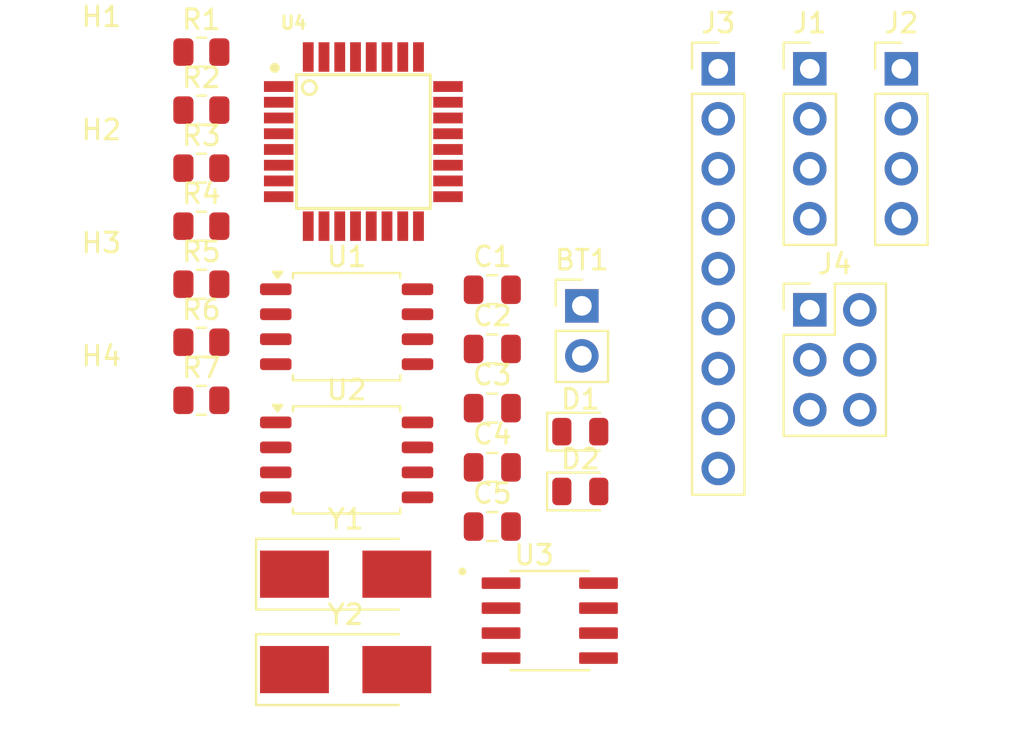
<source format=kicad_pcb>
(kicad_pcb (version 20240108) (generator "pcbnew") (generator_version "8.0")
  (title_block (title "${project_name}") (date "2025-01-13") (rev "1") (comment 1 "2 Layer PCB version"))
  (layers (0 "F.Cu" mixed) (31 "B.Cu" mixed) (34 "B.Paste" user) (35 "F.Paste" user) (36 "B.SilkS" user "B.Silkscreen") (37 "F.SilkS" user "F.Silkscreen") (38 "B.Mask" user) (39 "F.Mask" user) (44 "Edge.Cuts" user))
  (property "project_name" "MCU_Datalogger with Memory and Clock")
  (net 0 "")
  (net 1 "Net-(BT1-+)")
  (net 2 "GND")
  (net 3 "Net-(U4-AREF)")
  (net 4 "/Vcc")
  (net 5 "Net-(U4-PB7)")
  (net 6 "Net-(U4-PB6)")
  (net 7 "Net-(D1-K)")
  (net 8 "/SCK")
  (net 9 "Net-(D2-K)")
  (net 10 "/SDA")
  (net 11 "/TX")
  (net 12 "/RX")
  (net 13 "/D8")
  (net 14 "/D6")
  (net 15 "/D5")
  (net 16 "/D7")
  (net 17 "/D4")
  (net 18 "/D2")
  (net 19 "/D3")
  (net 20 "/RESET")
  (net 21 "/MISO")
  (net 22 "/MOSI")
  (net 23 "Net-(U3-SQW{slash}~INT)")
  (net 24 "Net-(U3-~{INTA})")
  (net 25 "Net-(U3-X1)")
  (net 26 "Net-(U3-X2)")
  (footprint "Connector_PinHeader_2.54mm:PinHeader_1x02_P2.54mm_Vertical" (layer "F.Cu") (at 137.01 80.826)
    (property "Reference" "BT1" (at 0 -2.33 0) (layer "F.SilkS"))
    (property "Value" "Battery")
    (fp_line (start -1.33 -1.33) (end 0 -1.33) (stroke (width 0.12)) (layer "F.SilkS"))
    (fp_line (start -1.33 0) (end -1.33 -1.33) (stroke (width 0.12)) (layer "F.SilkS"))
    (fp_line (start -1.33 1.27) (end -1.33 3.87) (stroke (width 0.12)) (layer "F.SilkS"))
    (fp_line (start -1.33 1.27) (end 1.33 1.27) (stroke (width 0.12)) (layer "F.SilkS"))
    (fp_line (start -1.33 3.87) (end 1.33 3.87) (stroke (width 0.12)) (layer "F.SilkS"))
    (fp_line (start 1.33 1.27) (end 1.33 3.87) (stroke (width 0.12)) (layer "F.SilkS"))
    (pad "1" thru_hole rect (at 0 0) (size 1.7 1.7) (drill 1) (layers "*.Cu" "*.Mask") (net 1 "Net-(BT1-+)"))
    (pad "2" thru_hole oval (at 0 2.54) (size 1.7 1.7) (drill 1) (layers "*.Cu" "*.Mask") (net 2 "GND"))
  )
  (footprint "Package_SO:SOIC-8_5.23x5.23mm_P1.27mm" (layer "F.Cu") (at 125.06 88.656)
    (property "Reference" "U2" (at 0 -3.56 0) (layer "F.SilkS"))
    (property "Value" "24LC1025")
    (fp_line (start -2.725 -2.725) (end -2.725 -2.465) (stroke (width 0.12)) (layer "F.SilkS"))
    (fp_line (start -2.725 2.725) (end -2.725 2.465) (stroke (width 0.12)) (layer "F.SilkS"))
    (fp_line (start 0 -2.725) (end -2.725 -2.725) (stroke (width 0.12)) (layer "F.SilkS"))
    (fp_line (start 0 -2.725) (end 2.725 -2.725) (stroke (width 0.12)) (layer "F.SilkS"))
    (fp_line (start 0 2.725) (end -2.725 2.725) (stroke (width 0.12)) (layer "F.SilkS"))
    (fp_line (start 0 2.725) (end 2.725 2.725) (stroke (width 0.12)) (layer "F.SilkS"))
    (fp_line (start 2.725 -2.725) (end 2.725 -2.465) (stroke (width 0.12)) (layer "F.SilkS"))
    (fp_line (start 2.725 2.725) (end 2.725 2.465) (stroke (width 0.12)) (layer "F.SilkS"))
    (fp_poly (pts (xy -3.5075 -2.465) (xy -3.7475 -2.795) (xy -3.2675 -2.795) (xy -3.5075 -2.465)) (stroke (width 0.12)) (fill solid) (layer "F.SilkS"))
    (pad "1" smd roundrect (at -3.6 -1.905) (size 1.6 0.6) (layers "F.Cu" "F.Paste" "F.Mask") (net 4 "/Vcc"))
    (pad "2" smd roundrect (at -3.6 -0.635) (size 1.6 0.6) (layers "F.Cu" "F.Paste" "F.Mask") (net 2 "GND"))
    (pad "3" smd roundrect (at -3.6 0.635) (size 1.6 0.6) (layers "F.Cu" "F.Paste" "F.Mask") (net 4 "/Vcc"))
    (pad "4" smd roundrect (at -3.6 1.905) (size 1.6 0.6) (layers "F.Cu" "F.Paste" "F.Mask") (net 2 "GND"))
    (pad "5" smd roundrect (at 3.6 1.905) (size 1.6 0.6) (layers "F.Cu" "F.Paste" "F.Mask") (net 10 "/SDA"))
    (pad "6" smd roundrect (at 3.6 0.635) (size 1.6 0.6) (layers "F.Cu" "F.Paste" "F.Mask") (net 8 "/SCK"))
    (pad "7" smd roundrect (at 3.6 -0.635) (size 1.6 0.6) (layers "F.Cu" "F.Paste" "F.Mask") (net 2 "GND"))
    (pad "8" smd roundrect (at 3.6 -1.905) (size 1.6 0.6) (layers "F.Cu" "F.Paste" "F.Mask") (net 4 "/Vcc"))
  )
  (footprint "Resistor_SMD:R_0805_2012Metric" (layer "F.Cu") (at 117.68 70.876)
    (property "Reference" "R2" (at 0 -1.65 0) (layer "F.SilkS"))
    (property "Value" "4.7K")
    (fp_line (start -0.227064 -0.735) (end 0.227064 -0.735) (stroke (width 0.12)) (layer "F.SilkS"))
    (fp_line (start -0.227064 0.735) (end 0.227064 0.735) (stroke (width 0.12)) (layer "F.SilkS"))
    (pad "1" smd roundrect (at -0.9125 0) (size 1.025 1.4) (layers "F.Cu" "F.Paste" "F.Mask") (roundrect_rratio 0.243902) (net 4 "/Vcc"))
    (pad "2" smd roundrect (at 0.9125 0) (size 1.025 1.4) (layers "F.Cu" "F.Paste" "F.Mask") (roundrect_rratio 0.243902) (net 10 "/SDA"))
  )
  (footprint "LED_SMD:LED_0805_2012Metric" (layer "F.Cu") (at 136.93 87.221)
    (property "Reference" "D1" (at 0 -1.65 0) (layer "F.SilkS"))
    (property "Value" "LED")
    (fp_line (start -1.685 -0.96) (end -1.685 0.96) (stroke (width 0.12)) (layer "F.SilkS"))
    (fp_line (start -1.685 0.96) (end 1 0.96) (stroke (width 0.12)) (layer "F.SilkS"))
    (fp_line (start 1 -0.96) (end -1.685 -0.96) (stroke (width 0.12)) (layer "F.SilkS"))
    (pad "1" smd roundrect (at -0.9375 0) (size 0.975 1.4) (layers "F.Cu" "F.Paste" "F.Mask") (net 7 "Net-(D1-K)"))
    (pad "2" smd roundrect (at 0.9375 0) (size 0.975 1.4) (layers "F.Cu" "F.Paste" "F.Mask") (net 1 "Net-(BT1-+)"))
  )
  (footprint "Connector_PinHeader_2.54mm:PinHeader_1x04_P2.54mm_Vertical" (layer "F.Cu") (at 148.59 68.776)
    (property "Reference" "J1" (at 0 -2.33 0) (layer "F.SilkS"))
    (property "Value" "Conn_01x04_Pin")
    (fp_line (start -1.33 -1.33) (end 0 -1.33) (stroke (width 0.12)) (layer "F.SilkS"))
    (fp_line (start -1.33 0) (end -1.33 -1.33) (stroke (width 0.12)) (layer "F.SilkS"))
    (fp_line (start -1.33 1.27) (end -1.33 8.95) (stroke (width 0.12)) (layer "F.SilkS"))
    (fp_line (start -1.33 1.27) (end 1.33 1.27) (stroke (width 0.12)) (layer "F.SilkS"))
    (fp_line (start -1.33 8.95) (end 1.33 8.95) (stroke (width 0.12)) (layer "F.SilkS"))
    (fp_line (start 1.33 1.27) (end 1.33 8.95) (stroke (width 0.12)) (layer "F.SilkS"))
    (pad "1" thru_hole rect (at 0 0) (size 1.7 1.7) (drill 1) (layers "*.Cu" "*.Mask") (net 2 "GND"))
    (pad "2" thru_hole oval (at 0 2.54) (size 1.7 1.7) (drill 1) (layers "*.Cu" "*.Mask") (net 4 "/Vcc"))
    (pad "3" thru_hole oval (at 0 5.08) (size 1.7 1.7) (drill 1) (layers "*.Cu" "*.Mask") (net 10 "/SDA"))
    (pad "4" thru_hole oval (at 0 7.62) (size 1.7 1.7) (drill 1) (layers "*.Cu" "*.Mask") (net 8 "/SCK"))
  )
  (footprint "Resistor_SMD:R_0805_2012Metric" (layer "F.Cu") (at 117.68 85.626)
    (property "Reference" "R7" (at 0 -1.65 0) (layer "F.SilkS"))
    (property "Value" "10K")
    (fp_line (start -0.227064 -0.735) (end 0.227064 -0.735) (stroke (width 0.12)) (layer "F.SilkS"))
    (fp_line (start -0.227064 0.735) (end 0.227064 0.735) (stroke (width 0.12)) (layer "F.SilkS"))
    (pad "1" smd roundrect (at -0.9125 0) (size 1.025 1.4) (layers "F.Cu" "F.Paste" "F.Mask") (roundrect_rratio 0.243902) (net 4 "/Vcc"))
    (pad "2" smd roundrect (at 0.9125 0) (size 1.025 1.4) (layers "F.Cu" "F.Paste" "F.Mask") (roundrect_rratio 0.243902) (net 24 "Net-(U3-~{INTA})"))
  )
  (footprint "Crystal:Crystal_SMD_5032-2Pin_5.0x3.2mm_HandSoldering" (layer "F.Cu") (at 125.01 94.466)
    (property "Reference" "Y1" (at 0 -2.8 0) (layer "F.SilkS"))
    (property "Value" "16 MHz")
    (fp_line (start -4.55 -1.8) (end -4.55 1.8) (stroke (width 0.12)) (layer "F.SilkS"))
    (fp_line (start -4.55 1.8) (end 2.7 1.8) (stroke (width 0.12)) (layer "F.SilkS"))
    (fp_line (start 2.7 -1.8) (end -4.55 -1.8) (stroke (width 0.12)) (layer "F.SilkS"))
    (pad "1" smd rect (at -2.6 0) (size 3.5 2.4) (layers "F.Cu" "F.Paste" "F.Mask") (net 5 "Net-(U4-PB7)"))
    (pad "2" smd rect (at 2.6 0) (size 3.5 2.4) (layers "F.Cu" "F.Paste" "F.Mask") (net 6 "Net-(U4-PB6)"))
  )
  (footprint "Connector_PinHeader_2.54mm:PinHeader_1x04_P2.54mm_Vertical" (layer "F.Cu") (at 153.24 68.776)
    (property "Reference" "J2" (at 0 -2.33 0) (layer "F.SilkS"))
    (property "Value" "Conn_01x04_Pin")
    (fp_line (start -1.33 -1.33) (end 0 -1.33) (stroke (width 0.12)) (layer "F.SilkS"))
    (fp_line (start -1.33 0) (end -1.33 -1.33) (stroke (width 0.12)) (layer "F.SilkS"))
    (fp_line (start -1.33 1.27) (end -1.33 8.95) (stroke (width 0.12)) (layer "F.SilkS"))
    (fp_line (start -1.33 1.27) (end 1.33 1.27) (stroke (width 0.12)) (layer "F.SilkS"))
    (fp_line (start -1.33 8.95) (end 1.33 8.95) (stroke (width 0.12)) (layer "F.SilkS"))
    (fp_line (start 1.33 1.27) (end 1.33 8.95) (stroke (width 0.12)) (layer "F.SilkS"))
    (pad "1" thru_hole rect (at 0 0) (size 1.7 1.7) (drill 1) (layers "*.Cu" "*.Mask") (net 2 "GND"))
    (pad "2" thru_hole oval (at 0 2.54) (size 1.7 1.7) (drill 1) (layers "*.Cu" "*.Mask") (net 4 "/Vcc"))
    (pad "3" thru_hole oval (at 0 5.08) (size 1.7 1.7) (drill 1) (layers "*.Cu" "*.Mask") (net 12 "/RX"))
    (pad "4" thru_hole oval (at 0 7.62) (size 1.7 1.7) (drill 1) (layers "*.Cu" "*.Mask") (net 11 "/TX"))
  )
  (footprint "LED_SMD:LED_0805_2012Metric" (layer "F.Cu") (at 136.93 90.261)
    (property "Reference" "D2" (at 0 -1.65 0) (layer "F.SilkS"))
    (property "Value" "LED")
    (fp_line (start -1.685 -0.96) (end -1.685 0.96) (stroke (width 0.12)) (layer "F.SilkS"))
    (fp_line (start -1.685 0.96) (end 1 0.96) (stroke (width 0.12)) (layer "F.SilkS"))
    (fp_line (start 1 -0.96) (end -1.685 -0.96) (stroke (width 0.12)) (layer "F.SilkS"))
    (pad "1" smd roundrect (at -0.9375 0) (size 0.975 1.4) (layers "F.Cu" "F.Paste" "F.Mask") (net 9 "Net-(D2-K)"))
    (pad "2" smd roundrect (at 0.9375 0) (size 0.975 1.4) (layers "F.Cu" "F.Paste" "F.Mask") (net 8 "/SCK"))
  )
  (footprint "MountingHole:MountingHole_2.1mm" (layer "F.Cu") (at 112.6 69.326)
    (property "Reference" "H1" (at 0 -3.2 0) (layer "F.SilkS"))
    (property "Value" "MountingHole")
    (pad "" np_thru_hole circle (at 0 0) (size 2.1 2.1) (drill 2.1) (layers "*.Cu" "*.Mask"))
  )
  (footprint "Capacitor_SMD:C_0805_2012Metric" (layer "F.Cu") (at 132.46 80.006)
    (property "Reference" "C1" (at 0 -1.68 0) (layer "F.SilkS"))
    (property "Value" "0.1uF")
    (fp_line (start -0.261252 -0.735) (end 0.261252 -0.735) (stroke (width 0.12)) (layer "F.SilkS"))
    (fp_line (start -0.261252 0.735) (end 0.261252 0.735) (stroke (width 0.12)) (layer "F.SilkS"))
    (pad "1" smd roundrect (at -0.95 0) (size 1 1.45) (layers "F.Cu" "F.Paste" "F.Mask") (net 2 "GND"))
    (pad "2" smd roundrect (at 0.95 0) (size 1 1.45) (layers "F.Cu" "F.Paste" "F.Mask") (net 3 "Net-(U4-AREF)"))
  )
  (footprint "MountingHole:MountingHole_2.1mm" (layer "F.Cu") (at 112.6 86.576)
    (property "Reference" "H4" (at 0 -3.2 0) (layer "F.SilkS"))
    (property "Value" "MountingHole")
    (pad "" np_thru_hole circle (at 0 0) (size 2.1 2.1) (drill 2.1) (layers "*.Cu" "*.Mask"))
  )
  (footprint "Capacitor_SMD:C_0805_2012Metric" (layer "F.Cu") (at 132.46 92.046)
    (property "Reference" "C5" (at 0 -1.68 0) (layer "F.SilkS"))
    (property "Value" "100nF")
    (fp_line (start -0.261252 -0.735) (end 0.261252 -0.735) (stroke (width 0.12)) (layer "F.SilkS"))
    (fp_line (start -0.261252 0.735) (end 0.261252 0.735) (stroke (width 0.12)) (layer "F.SilkS"))
    (pad "1" smd roundrect (at -0.95 0) (size 1 1.45) (layers "F.Cu" "F.Paste" "F.Mask") (net 1 "Net-(BT1-+)"))
    (pad "2" smd roundrect (at 0.95 0) (size 1 1.45) (layers "F.Cu" "F.Paste" "F.Mask") (net 2 "GND"))
  )
  (footprint "Package_SO:SOIC-8_5.23x5.23mm_P1.27mm" (layer "F.Cu") (at 125.06 81.886)
    (property "Reference" "U1" (at 0 -3.56 0) (layer "F.SilkS"))
    (property "Value" "24LC1025")
    (fp_line (start -2.725 -2.725) (end -2.725 -2.465) (stroke (width 0.12)) (layer "F.SilkS"))
    (fp_line (start -2.725 2.725) (end -2.725 2.465) (stroke (width 0.12)) (layer "F.SilkS"))
    (fp_line (start 0 -2.725) (end -2.725 -2.725) (stroke (width 0.12)) (layer "F.SilkS"))
    (fp_line (start 0 -2.725) (end 2.725 -2.725) (stroke (width 0.12)) (layer "F.SilkS"))
    (fp_line (start 0 2.725) (end -2.725 2.725) (stroke (width 0.12)) (layer "F.SilkS"))
    (fp_line (start 0 2.725) (end 2.725 2.725) (stroke (width 0.12)) (layer "F.SilkS"))
    (fp_line (start 2.725 -2.725) (end 2.725 -2.465) (stroke (width 0.12)) (layer "F.SilkS"))
    (fp_line (start 2.725 2.725) (end 2.725 2.465) (stroke (width 0.12)) (layer "F.SilkS"))
    (fp_poly (pts (xy -3.5075 -2.465) (xy -3.7475 -2.795) (xy -3.2675 -2.795) (xy -3.5075 -2.465)) (stroke (width 0.12)) (fill solid) (layer "F.SilkS"))
    (pad "1" smd roundrect (at -3.6 -1.905) (size 1.6 0.6) (layers "F.Cu" "F.Paste" "F.Mask") (net 4 "/Vcc"))
    (pad "2" smd roundrect (at -3.6 -0.635) (size 1.6 0.6) (layers "F.Cu" "F.Paste" "F.Mask") (net 4 "/Vcc"))
    (pad "3" smd roundrect (at -3.6 0.635) (size 1.6 0.6) (layers "F.Cu" "F.Paste" "F.Mask") (net 4 "/Vcc"))
    (pad "4" smd roundrect (at -3.6 1.905) (size 1.6 0.6) (layers "F.Cu" "F.Paste" "F.Mask") (net 2 "GND"))
    (pad "5" smd roundrect (at 3.6 1.905) (size 1.6 0.6) (layers "F.Cu" "F.Paste" "F.Mask") (net 10 "/SDA"))
    (pad "6" smd roundrect (at 3.6 0.635) (size 1.6 0.6) (layers "F.Cu" "F.Paste" "F.Mask") (net 8 "/SCK"))
    (pad "7" smd roundrect (at 3.6 -0.635) (size 1.6 0.6) (layers "F.Cu" "F.Paste" "F.Mask") (net 2 "GND"))
    (pad "8" smd roundrect (at 3.6 -1.905) (size 1.6 0.6) (layers "F.Cu" "F.Paste" "F.Mask") (net 4 "/Vcc"))
  )
  (footprint "Resistor_SMD:R_0805_2012Metric" (layer "F.Cu") (at 117.68 73.826)
    (property "Reference" "R3" (at 0 -1.65 0) (layer "F.SilkS"))
    (property "Value" "10K")
    (fp_line (start -0.227064 -0.735) (end 0.227064 -0.735) (stroke (width 0.12)) (layer "F.SilkS"))
    (fp_line (start -0.227064 0.735) (end 0.227064 0.735) (stroke (width 0.12)) (layer "F.SilkS"))
    (pad "1" smd roundrect (at -0.9125 0) (size 1.025 1.4) (layers "F.Cu" "F.Paste" "F.Mask") (roundrect_rratio 0.243902) (net 4 "/Vcc"))
    (pad "2" smd roundrect (at 0.9125 0) (size 1.025 1.4) (layers "F.Cu" "F.Paste" "F.Mask") (roundrect_rratio 0.243902) (net 20 "/RESET"))
  )
  (footprint "footprints:QFP80P900X900X120-32N" (layer "F.Cu") (at 125.91 72.476)
    (property "Reference" "U4" (at -3.544573 -6.039976 0) (layer "F.SilkS") (effects (font (size 0.641442 0.641442))))
    (property "Value" "ATMEGA328P-AN")
    (fp_line (start -3.4 -3.4) (end 3.4 -3.4) (stroke (width 0.1524)) (layer "F.SilkS"))
    (fp_line (start -3.4 3.4) (end -3.4 -3.4) (stroke (width 0.1524)) (layer "F.SilkS"))
    (fp_line (start 3.4 -3.4) (end 3.4 3.4) (stroke (width 0.1524)) (layer "F.SilkS"))
    (fp_line (start 3.4 3.4) (end -3.4 3.4) (stroke (width 0.1524)) (layer "F.SilkS"))
    (fp_circle (center -4.5 -3.75) (end -4.246 -3.75) (fill solid) (layer "F.SilkS"))
    (fp_circle (center -2.7432 -2.7432) (end -2.384 -2.7432) (stroke (width 0.1524)) (fill none) (layer "F.SilkS"))
    (pad "1" smd rect (at -4.3 -2.8) (size 1.5 0.55) (layers "F.Cu" "F.Paste" "F.Mask") (net 19 "/D3"))
    (pad "2" smd rect (at -4.3 -2) (size 1.5 0.55) (layers "F.Cu" "F.Paste" "F.Mask") (net 17 "/D4"))
    (pad "3" smd rect (at -4.3 -1.2) (size 1.5 0.55) (layers "F.Cu" "F.Paste" "F.Mask") (net 2 "GND"))
    (pad "4" smd rect (at -4.3 -0.4) (size 1.5 0.55) (layers "F.Cu" "F.Paste" "F.Mask") (net 1 "Net-(BT1-+)"))
    (pad "5" smd rect (at -4.3 0.4) (size 1.5 0.55) (layers "F.Cu" "F.Paste" "F.Mask") (net 2 "GND"))
    (pad "6" smd rect (at -4.3 1.2) (size 1.5 0.55) (layers "F.Cu" "F.Paste" "F.Mask"))
    (pad "7" smd rect (at -4.3 2) (size 1.5 0.55) (layers "F.Cu" "F.Paste" "F.Mask") (net 6 "Net-(U4-PB6)"))
    (pad "8" smd rect (at -4.3 2.8) (size 1.5 0.55) (layers "F.Cu" "F.Paste" "F.Mask") (net 5 "Net-(U4-PB7)"))
    (pad "9" smd rect (at -2.8 4.3) (size 0.55 1.5) (layers "F.Cu" "F.Paste" "F.Mask") (net 15 "/D5"))
    (pad "10" smd rect (at -2 4.3) (size 0.55 1.5) (layers "F.Cu" "F.Paste" "F.Mask") (net 14 "/D6"))
    (pad "11" smd rect (at -1.2 4.3) (size 0.55 1.5) (layers "F.Cu" "F.Paste" "F.Mask") (net 16 "/D7"))
    (pad "12" smd rect (at -0.4 4.3) (size 0.55 1.5) (layers "F.Cu" "F.Paste" "F.Mask") (net 13 "/D8"))
    (pad "13" smd rect (at 0.4 4.3) (size 0.55 1.5) (layers "F.Cu" "F.Paste" "F.Mask"))
    (pad "14" smd rect (at 1.2 4.3) (size 0.55 1.5) (layers "F.Cu" "F.Paste" "F.Mask"))
    (pad "15" smd rect (at 2 4.3) (size 0.55 1.5) (layers "F.Cu" "F.Paste" "F.Mask") (net 22 "/MOSI"))
    (pad "16" smd rect (at 2.8 4.3) (size 0.55 1.5) (layers "F.Cu" "F.Paste" "F.Mask") (net 21 "/MISO"))
    (pad "17" smd rect (at 4.3 2.8) (size 1.5 0.55) (layers "F.Cu" "F.Paste" "F.Mask") (net 8 "/SCK"))
    (pad "18" smd rect (at 4.3 2) (size 1.5 0.55) (layers "F.Cu" "F.Paste" "F.Mask") (net 1 "Net-(BT1-+)"))
    (pad "19" smd rect (at 4.3 1.2) (size 1.5 0.55) (layers "F.Cu" "F.Paste" "F.Mask"))
    (pad "20" smd rect (at 4.3 0.4) (size 1.5 0.55) (layers "F.Cu" "F.Paste" "F.Mask") (net 3 "Net-(U4-AREF)"))
    (pad "21" smd rect (at 4.3 -0.4) (size 1.5 0.55) (layers "F.Cu" "F.Paste" "F.Mask") (net 2 "GND"))
    (pad "22" smd rect (at 4.3 -1.2) (size 1.5 0.55) (layers "F.Cu" "F.Paste" "F.Mask"))
    (pad "23" smd rect (at 4.3 -2) (size 1.5 0.55) (layers "F.Cu" "F.Paste" "F.Mask"))
    (pad "24" smd rect (at 4.3 -2.8) (size 1.5 0.55) (layers "F.Cu" "F.Paste" "F.Mask"))
    (pad "25" smd rect (at 2.8 -4.3) (size 0.55 1.5) (layers "F.Cu" "F.Paste" "F.Mask"))
    (pad "26" smd rect (at 2 -4.3) (size 0.55 1.5) (layers "F.Cu" "F.Paste" "F.Mask"))
    (pad "27" smd rect (at 1.2 -4.3) (size 0.55 1.5) (layers "F.Cu" "F.Paste" "F.Mask") (net 10 "/SDA"))
    (pad "28" smd rect (at 0.4 -4.3) (size 0.55 1.5) (layers "F.Cu" "F.Paste" "F.Mask") (net 8 "/SCK"))
    (pad "29" smd rect (at -0.4 -4.3) (size 0.55 1.5) (layers "F.Cu" "F.Paste" "F.Mask") (net 20 "/RESET"))
    (pad "30" smd rect (at -1.2 -4.3) (size 0.55 1.5) (layers "F.Cu" "F.Paste" "F.Mask") (net 12 "/RX"))
    (pad "31" smd rect (at -2 -4.3) (size 0.55 1.5) (layers "F.Cu" "F.Paste" "F.Mask") (net 11 "/TX"))
    (pad "32" smd rect (at -2.8 -4.3) (size 0.55 1.5) (layers "F.Cu" "F.Paste" "F.Mask") (net 18 "/D2"))
  )
  (footprint "Capacitor_SMD:C_0805_2012Metric" (layer "F.Cu") (at 132.46 83.016)
    (property "Reference" "C2" (at 0 -1.68 0) (layer "F.SilkS"))
    (property "Value" "0.1uF")
    (fp_line (start -0.261252 -0.735) (end 0.261252 -0.735) (stroke (width 0.12)) (layer "F.SilkS"))
    (fp_line (start -0.261252 0.735) (end 0.261252 0.735) (stroke (width 0.12)) (layer "F.SilkS"))
    (pad "1" smd roundrect (at -0.95 0) (size 1 1.45) (layers "F.Cu" "F.Paste" "F.Mask") (net 4 "/Vcc"))
    (pad "2" smd roundrect (at 0.95 0) (size 1 1.45) (layers "F.Cu" "F.Paste" "F.Mask") (net 2 "GND"))
  )
  (footprint "Connector_PinHeader_2.54mm:PinHeader_2x03_P2.54mm_Vertical" (layer "F.Cu") (at 148.59 81.026)
    (property "Reference" "J4" (at 1.27 -2.33 0) (layer "F.SilkS"))
    (property "Value" "Conn_02x03_Odd_Even")
    (fp_line (start -1.33 -1.33) (end 0 -1.33) (stroke (width 0.12)) (layer "F.SilkS"))
    (fp_line (start -1.33 0) (end -1.33 -1.33) (stroke (width 0.12)) (layer "F.SilkS"))
    (fp_line (start -1.33 1.27) (end -1.33 6.41) (stroke (width 0.12)) (layer "F.SilkS"))
    (fp_line (start -1.33 1.27) (end 1.27 1.27) (stroke (width 0.12)) (layer "F.SilkS"))
    (fp_line (start -1.33 6.41) (end 3.87 6.41) (stroke (width 0.12)) (layer "F.SilkS"))
    (fp_line (start 1.27 -1.33) (end 3.87 -1.33) (stroke (width 0.12)) (layer "F.SilkS"))
    (fp_line (start 1.27 1.27) (end 1.27 -1.33) (stroke (width 0.12)) (layer "F.SilkS"))
    (fp_line (start 3.87 -1.33) (end 3.87 6.41) (stroke (width 0.12)) (layer "F.SilkS"))
    (pad "1" thru_hole rect (at 0 0) (size 1.7 1.7) (drill 1) (layers "*.Cu" "*.Mask") (net 21 "/MISO"))
    (pad "2" thru_hole oval (at 2.54 0) (size 1.7 1.7) (drill 1) (layers "*.Cu" "*.Mask") (net 4 "/Vcc"))
    (pad "3" thru_hole oval (at 0 2.54) (size 1.7 1.7) (drill 1) (layers "*.Cu" "*.Mask") (net 8 "/SCK"))
    (pad "4" thru_hole oval (at 2.54 2.54) (size 1.7 1.7) (drill 1) (layers "*.Cu" "*.Mask") (net 22 "/MOSI"))
    (pad "5" thru_hole oval (at 0 5.08) (size 1.7 1.7) (drill 1) (layers "*.Cu" "*.Mask") (net 20 "/RESET"))
    (pad "6" thru_hole oval (at 2.54 5.08) (size 1.7 1.7) (drill 1) (layers "*.Cu" "*.Mask") (net 2 "GND"))
  )
  (footprint "Resistor_SMD:R_0805_2012Metric" (layer "F.Cu") (at 117.68 67.926)
    (property "Reference" "R1" (at 0 -1.65 0) (layer "F.SilkS"))
    (property "Value" "330")
    (fp_line (start -0.227064 -0.735) (end 0.227064 -0.735) (stroke (width 0.12)) (layer "F.SilkS"))
    (fp_line (start -0.227064 0.735) (end 0.227064 0.735) (stroke (width 0.12)) (layer "F.SilkS"))
    (pad "1" smd roundrect (at -0.9125 0) (size 1.025 1.4) (layers "F.Cu" "F.Paste" "F.Mask") (roundrect_rratio 0.243902) (net 7 "Net-(D1-K)"))
    (pad "2" smd roundrect (at 0.9125 0) (size 1.025 1.4) (layers "F.Cu" "F.Paste" "F.Mask") (roundrect_rratio 0.243902) (net 2 "GND"))
  )
  (footprint "Capacitor_SMD:C_0805_2012Metric" (layer "F.Cu") (at 132.46 89.036)
    (property "Reference" "C4" (at 0 -1.68 0) (layer "F.SilkS"))
    (property "Value" "22pF")
    (fp_line (start -0.261252 -0.735) (end 0.261252 -0.735) (stroke (width 0.12)) (layer "F.SilkS"))
    (fp_line (start -0.261252 0.735) (end 0.261252 0.735) (stroke (width 0.12)) (layer "F.SilkS"))
    (pad "1" smd roundrect (at -0.95 0) (size 1 1.45) (layers "F.Cu" "F.Paste" "F.Mask") (net 2 "GND"))
    (pad "2" smd roundrect (at 0.95 0) (size 1 1.45) (layers "F.Cu" "F.Paste" "F.Mask") (net 6 "Net-(U4-PB6)"))
  )
  (footprint "Capacitor_SMD:C_0805_2012Metric" (layer "F.Cu") (at 132.46 86.026)
    (property "Reference" "C3" (at 0 -1.68 0) (layer "F.SilkS"))
    (property "Value" "22pF")
    (fp_line (start -0.261252 -0.735) (end 0.261252 -0.735) (stroke (width 0.12)) (layer "F.SilkS"))
    (fp_line (start -0.261252 0.735) (end 0.261252 0.735) (stroke (width 0.12)) (layer "F.SilkS"))
    (pad "1" smd roundrect (at -0.95 0) (size 1 1.45) (layers "F.Cu" "F.Paste" "F.Mask") (net 2 "GND"))
    (pad "2" smd roundrect (at 0.95 0) (size 1 1.45) (layers "F.Cu" "F.Paste" "F.Mask") (net 5 "Net-(U4-PB7)"))
  )
  (footprint "Connector_PinHeader_2.54mm:PinHeader_1x09_P2.54mm_Vertical" (layer "F.Cu") (at 143.94 68.776)
    (property "Reference" "J3" (at 0 -2.33 0) (layer "F.SilkS"))
    (property "Value" "Conn_01x09_Pin")
    (fp_line (start -1.33 -1.33) (end 0 -1.33) (stroke (width 0.12)) (layer "F.SilkS"))
    (fp_line (start -1.33 0) (end -1.33 -1.33) (stroke (width 0.12)) (layer "F.SilkS"))
    (fp_line (start -1.33 1.27) (end -1.33 21.65) (stroke (width 0.12)) (layer "F.SilkS"))
    (fp_line (start -1.33 1.27) (end 1.33 1.27) (stroke (width 0.12)) (layer "F.SilkS"))
    (fp_line (start -1.33 21.65) (end 1.33 21.65) (stroke (width 0.12)) (layer "F.SilkS"))
    (fp_line (start 1.33 1.27) (end 1.33 21.65) (stroke (width 0.12)) (layer "F.SilkS"))
    (pad "1" thru_hole rect (at 0 0) (size 1.7 1.7) (drill 1) (layers "*.Cu" "*.Mask") (net 18 "/D2"))
    (pad "2" thru_hole oval (at 0 2.54) (size 1.7 1.7) (drill 1) (layers "*.Cu" "*.Mask") (net 19 "/D3"))
    (pad "3" thru_hole oval (at 0 5.08) (size 1.7 1.7) (drill 1) (layers "*.Cu" "*.Mask") (net 17 "/D4"))
    (pad "4" thru_hole oval (at 0 7.62) (size 1.7 1.7) (drill 1) (layers "*.Cu" "*.Mask") (net 15 "/D5"))
    (pad "5" thru_hole oval (at 0 10.16) (size 1.7 1.7) (drill 1) (layers "*.Cu" "*.Mask") (net 14 "/D6"))
    (pad "6" thru_hole oval (at 0 12.7) (size 1.7 1.7) (drill 1) (layers "*.Cu" "*.Mask") (net 16 "/D7"))
    (pad "7" thru_hole oval (at 0 15.24) (size 1.7 1.7) (drill 1) (layers "*.Cu" "*.Mask") (net 13 "/D8"))
    (pad "8" thru_hole oval (at 0 17.78) (size 1.7 1.7) (drill 1) (layers "*.Cu" "*.Mask") (net 2 "GND"))
    (pad "9" thru_hole oval (at 0 20.32) (size 1.7 1.7) (drill 1) (layers "*.Cu" "*.Mask") (net 4 "/Vcc"))
  )
  (footprint "Crystal:Crystal_SMD_5032-2Pin_5.0x3.2mm_HandSoldering" (layer "F.Cu") (at 125.01 99.316)
    (property "Reference" "Y2" (at 0 -2.8 0) (layer "F.SilkS"))
    (property "Value" "32.768 KHz")
    (fp_line (start -4.55 -1.8) (end -4.55 1.8) (stroke (width 0.12)) (layer "F.SilkS"))
    (fp_line (start -4.55 1.8) (end 2.7 1.8) (stroke (width 0.12)) (layer "F.SilkS"))
    (fp_line (start 2.7 -1.8) (end -4.55 -1.8) (stroke (width 0.12)) (layer "F.SilkS"))
    (pad "1" smd rect (at -2.6 0) (size 3.5 2.4) (layers "F.Cu" "F.Paste" "F.Mask") (net 26 "Net-(U3-X2)"))
    (pad "2" smd rect (at 2.6 0) (size 3.5 2.4) (layers "F.Cu" "F.Paste" "F.Mask") (net 25 "Net-(U3-X1)"))
  )
  (footprint "Resistor_SMD:R_0805_2012Metric" (layer "F.Cu") (at 117.68 76.776)
    (property "Reference" "R4" (at 0 -1.65 0) (layer "F.SilkS"))
    (property "Value" "330")
    (fp_line (start -0.227064 -0.735) (end 0.227064 -0.735) (stroke (width 0.12)) (layer "F.SilkS"))
    (fp_line (start -0.227064 0.735) (end 0.227064 0.735) (stroke (width 0.12)) (layer "F.SilkS"))
    (pad "1" smd roundrect (at -0.9125 0) (size 1.025 1.4) (layers "F.Cu" "F.Paste" "F.Mask") (roundrect_rratio 0.243902) (net 2 "GND"))
    (pad "2" smd roundrect (at 0.9125 0) (size 1.025 1.4) (layers "F.Cu" "F.Paste" "F.Mask") (roundrect_rratio 0.243902) (net 9 "Net-(D2-K)"))
  )
  (footprint "Resistor_SMD:R_0805_2012Metric" (layer "F.Cu") (at 117.68 82.676)
    (property "Reference" "R6" (at 0 -1.65 0) (layer "F.SilkS"))
    (property "Value" "10K")
    (fp_line (start -0.227064 -0.735) (end 0.227064 -0.735) (stroke (width 0.12)) (layer "F.SilkS"))
    (fp_line (start -0.227064 0.735) (end 0.227064 0.735) (stroke (width 0.12)) (layer "F.SilkS"))
    (pad "1" smd roundrect (at -0.9125 0) (size 1.025 1.4) (layers "F.Cu" "F.Paste" "F.Mask") (roundrect_rratio 0.243902) (net 4 "/Vcc"))
    (pad "2" smd roundrect (at 0.9125 0) (size 1.025 1.4) (layers "F.Cu" "F.Paste" "F.Mask") (roundrect_rratio 0.243902) (net 23 "Net-(U3-SQW{slash}~INT)"))
  )
  (footprint "MountingHole:MountingHole_2.1mm" (layer "F.Cu") (at 112.6 80.826)
    (property "Reference" "H3" (at 0 -3.2 0) (layer "F.SilkS"))
    (property "Value" "MountingHole")
    (pad "" np_thru_hole circle (at 0 0) (size 2.1 2.1) (drill 2.1) (layers "*.Cu" "*.Mask"))
  )
  (footprint "Resistor_SMD:R_0805_2012Metric" (layer "F.Cu") (at 117.68 79.726)
    (property "Reference" "R5" (at 0 -1.65 0) (layer "F.SilkS"))
    (property "Value" "4.7K")
    (fp_line (start -0.227064 -0.735) (end 0.227064 -0.735) (stroke (width 0.12)) (layer "F.SilkS"))
    (fp_line (start -0.227064 0.735) (end 0.227064 0.735) (stroke (width 0.12)) (layer "F.SilkS"))
    (pad "1" smd roundrect (at -0.9125 0) (size 1.025 1.4) (layers "F.Cu" "F.Paste" "F.Mask") (roundrect_rratio 0.243902) (net 4 "/Vcc"))
    (pad "2" smd roundrect (at 0.9125 0) (size 1.025 1.4) (layers "F.Cu" "F.Paste" "F.Mask") (roundrect_rratio 0.243902) (net 8 "/SCK"))
  )
  (footprint "MountingHole:MountingHole_2.1mm" (layer "F.Cu") (at 112.6 75.076)
    (property "Reference" "H2" (at 0 -3.2 0) (layer "F.SilkS"))
    (property "Value" "MountingHole")
    (pad "" np_thru_hole circle (at 0 0) (size 2.1 2.1) (drill 2.1) (layers "*.Cu" "*.Mask"))
  )
  (footprint "footprints:SOIC127P600X175-8N" (layer "F.Cu") (at 135.38 96.826)
    (property "Reference" "U3" (at -0.795 -3.332 0) (layer "F.SilkS"))
    (property "Value" "DS1337S_")
    (fp_line (start -2 -2.52) (end 2 -2.52) (stroke (width 0.127)) (layer "F.SilkS"))
    (fp_line (start -2 2.52) (end 2 2.52) (stroke (width 0.127)) (layer "F.SilkS"))
    (fp_circle (center -4.445 -2.495) (end -4.345 -2.495) (stroke (width 0.2)) (fill none) (layer "F.SilkS"))
    (pad "1" smd roundrect (at -2.475 -1.905) (size 1.97 0.59) (layers "F.Cu" "F.Paste" "F.Mask") (roundrect_rratio 0.125) (net 25 "Net-(U3-X1)"))
    (pad "2" smd roundrect (at -2.475 -0.635) (size 1.97 0.59) (layers "F.Cu" "F.Paste" "F.Mask") (roundrect_rratio 0.125) (net 26 "Net-(U3-X2)"))
    (pad "3" smd roundrect (at -2.475 0.635) (size 1.97 0.59) (layers "F.Cu" "F.Paste" "F.Mask") (roundrect_rratio 0.125) (net 24 "Net-(U3-~{INTA})"))
    (pad "4" smd roundrect (at -2.475 1.905) (size 1.97 0.59) (layers "F.Cu" "F.Paste" "F.Mask") (roundrect_rratio 0.125) (net 2 "GND"))
    (pad "5" smd roundrect (at 2.475 1.905) (size 1.97 0.59) (layers "F.Cu" "F.Paste" "F.Mask") (roundrect_rratio 0.125) (net 10 "/SDA"))
    (pad "6" smd roundrect (at 2.475 0.635) (size 1.97 0.59) (layers "F.Cu" "F.Paste" "F.Mask") (roundrect_rratio 0.125) (net 8 "/SCK"))
    (pad "7" smd roundrect (at 2.475 -0.635) (size 1.97 0.59) (layers "F.Cu" "F.Paste" "F.Mask") (roundrect_rratio 0.125) (net 23 "Net-(U3-SQW{slash}~INT)"))
    (pad "8" smd roundrect (at 2.475 -1.905) (size 1.97 0.59) (layers "F.Cu" "F.Paste" "F.Mask") (roundrect_rratio 0.125) (net 4 "/Vcc"))
  )
)
</source>
